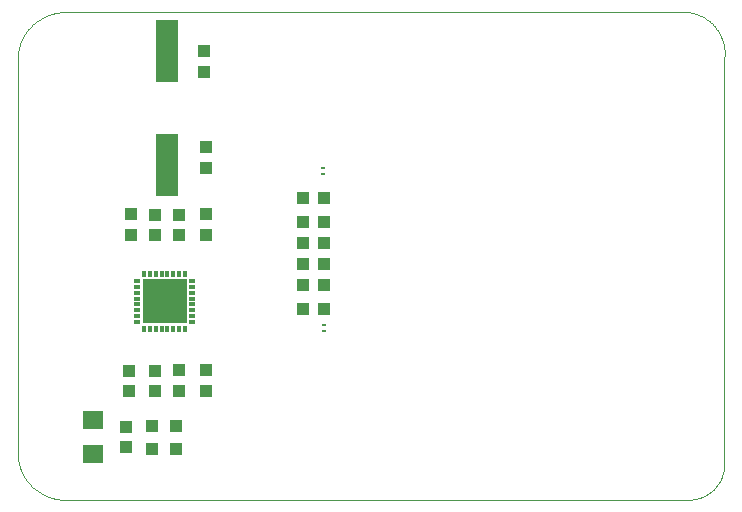
<source format=gtp>
G75*
%MOIN*%
%OFA0B0*%
%FSLAX25Y25*%
%IPPOS*%
%LPD*%
%AMOC8*
5,1,8,0,0,1.08239X$1,22.5*
%
%ADD10C,0.00000*%
%ADD11R,0.01181X0.01969*%
%ADD12R,0.01969X0.01181*%
%ADD13R,0.14567X0.14567*%
%ADD14R,0.04252X0.04134*%
%ADD15R,0.04331X0.03937*%
%ADD16R,0.07600X0.21000*%
%ADD17R,0.01693X0.01102*%
%ADD18R,0.03937X0.03937*%
%ADD19R,0.04134X0.04252*%
%ADD20R,0.07098X0.06299*%
D10*
X0021911Y0017616D02*
X0021911Y0148679D01*
X0021910Y0148679D02*
X0021915Y0149064D01*
X0021929Y0149450D01*
X0021953Y0149835D01*
X0021987Y0150219D01*
X0022029Y0150603D01*
X0022082Y0150985D01*
X0022143Y0151366D01*
X0022214Y0151745D01*
X0022294Y0152122D01*
X0022383Y0152498D01*
X0022482Y0152871D01*
X0022589Y0153241D01*
X0022706Y0153609D01*
X0022832Y0153974D01*
X0022966Y0154335D01*
X0023110Y0154693D01*
X0023262Y0155048D01*
X0023423Y0155399D01*
X0023592Y0155745D01*
X0023770Y0156088D01*
X0023956Y0156426D01*
X0024150Y0156759D01*
X0024353Y0157087D01*
X0024563Y0157411D01*
X0024781Y0157729D01*
X0025007Y0158041D01*
X0025241Y0158348D01*
X0025482Y0158650D01*
X0025730Y0158945D01*
X0025986Y0159234D01*
X0026249Y0159516D01*
X0026518Y0159792D01*
X0026794Y0160062D01*
X0027077Y0160324D01*
X0027366Y0160580D01*
X0027661Y0160828D01*
X0027962Y0161070D01*
X0028269Y0161303D01*
X0028582Y0161529D01*
X0028900Y0161747D01*
X0029223Y0161958D01*
X0029552Y0162160D01*
X0029885Y0162355D01*
X0030223Y0162541D01*
X0030565Y0162719D01*
X0030912Y0162888D01*
X0031263Y0163049D01*
X0031617Y0163201D01*
X0031975Y0163344D01*
X0032337Y0163479D01*
X0032702Y0163604D01*
X0033070Y0163721D01*
X0033440Y0163828D01*
X0033813Y0163927D01*
X0034188Y0164016D01*
X0034566Y0164096D01*
X0034945Y0164167D01*
X0035326Y0164229D01*
X0035708Y0164281D01*
X0036091Y0164323D01*
X0036476Y0164357D01*
X0036861Y0164381D01*
X0037246Y0164395D01*
X0037632Y0164400D01*
X0037633Y0164400D02*
X0245533Y0164400D01*
X0245533Y0164399D02*
X0245866Y0164349D01*
X0246197Y0164291D01*
X0246528Y0164225D01*
X0246856Y0164151D01*
X0247183Y0164070D01*
X0247507Y0163980D01*
X0247829Y0163882D01*
X0248149Y0163777D01*
X0248466Y0163664D01*
X0248780Y0163544D01*
X0249092Y0163416D01*
X0249400Y0163280D01*
X0249705Y0163137D01*
X0250006Y0162987D01*
X0250303Y0162829D01*
X0250597Y0162664D01*
X0250886Y0162493D01*
X0251172Y0162314D01*
X0251452Y0162128D01*
X0251729Y0161936D01*
X0252000Y0161737D01*
X0252267Y0161532D01*
X0252529Y0161320D01*
X0252785Y0161102D01*
X0253036Y0160878D01*
X0253282Y0160647D01*
X0253522Y0160411D01*
X0253756Y0160169D01*
X0253984Y0159922D01*
X0254207Y0159669D01*
X0254423Y0159411D01*
X0254632Y0159148D01*
X0254836Y0158879D01*
X0255032Y0158606D01*
X0255223Y0158329D01*
X0255406Y0158046D01*
X0255583Y0157760D01*
X0255752Y0157469D01*
X0255914Y0157174D01*
X0256070Y0156875D01*
X0256218Y0156573D01*
X0256358Y0156267D01*
X0256492Y0155958D01*
X0256617Y0155646D01*
X0256735Y0155330D01*
X0256846Y0155012D01*
X0256949Y0154692D01*
X0257044Y0154369D01*
X0257131Y0154044D01*
X0257210Y0153717D01*
X0257281Y0153388D01*
X0257345Y0153057D01*
X0257400Y0152725D01*
X0257447Y0152392D01*
X0257487Y0152057D01*
X0257518Y0151722D01*
X0257541Y0151386D01*
X0257556Y0151050D01*
X0257563Y0150713D01*
X0257561Y0150377D01*
X0257552Y0150040D01*
X0257534Y0149704D01*
X0257508Y0149368D01*
X0257475Y0149034D01*
X0257433Y0148700D01*
X0257415Y0013710D01*
X0257412Y0013425D01*
X0257402Y0013140D01*
X0257385Y0012855D01*
X0257361Y0012570D01*
X0257330Y0012286D01*
X0257293Y0012003D01*
X0257248Y0011721D01*
X0257197Y0011440D01*
X0257139Y0011161D01*
X0257074Y0010883D01*
X0257003Y0010606D01*
X0256925Y0010332D01*
X0256840Y0010059D01*
X0256748Y0009788D01*
X0256651Y0009520D01*
X0256546Y0009254D01*
X0256436Y0008991D01*
X0256319Y0008731D01*
X0256195Y0008473D01*
X0256066Y0008219D01*
X0255930Y0007968D01*
X0255788Y0007720D01*
X0255641Y0007475D01*
X0255487Y0007235D01*
X0255328Y0006998D01*
X0255163Y0006765D01*
X0254992Y0006536D01*
X0254816Y0006311D01*
X0254635Y0006091D01*
X0254448Y0005875D01*
X0254256Y0005663D01*
X0254059Y0005456D01*
X0253858Y0005255D01*
X0253651Y0005058D01*
X0253439Y0004866D01*
X0253223Y0004679D01*
X0253003Y0004498D01*
X0252778Y0004322D01*
X0252549Y0004151D01*
X0252316Y0003986D01*
X0252079Y0003827D01*
X0251839Y0003673D01*
X0251594Y0003526D01*
X0251346Y0003384D01*
X0251095Y0003248D01*
X0250841Y0003119D01*
X0250583Y0002995D01*
X0250323Y0002878D01*
X0250060Y0002768D01*
X0249794Y0002663D01*
X0249526Y0002566D01*
X0249255Y0002474D01*
X0248982Y0002389D01*
X0248708Y0002311D01*
X0248431Y0002240D01*
X0248153Y0002175D01*
X0247874Y0002117D01*
X0247593Y0002066D01*
X0247311Y0002021D01*
X0247028Y0001984D01*
X0246744Y0001953D01*
X0246459Y0001929D01*
X0246174Y0001912D01*
X0245889Y0001902D01*
X0245604Y0001899D01*
X0037628Y0001868D01*
X0037242Y0001874D01*
X0036856Y0001888D01*
X0036471Y0001913D01*
X0036087Y0001947D01*
X0035703Y0001990D01*
X0035321Y0002043D01*
X0034940Y0002105D01*
X0034560Y0002176D01*
X0034183Y0002256D01*
X0033807Y0002346D01*
X0033434Y0002445D01*
X0033064Y0002553D01*
X0032696Y0002671D01*
X0032331Y0002797D01*
X0031969Y0002932D01*
X0031611Y0003076D01*
X0031256Y0003228D01*
X0030906Y0003390D01*
X0030559Y0003559D01*
X0030217Y0003738D01*
X0029879Y0003924D01*
X0029545Y0004119D01*
X0029217Y0004322D01*
X0028894Y0004533D01*
X0028576Y0004752D01*
X0028263Y0004978D01*
X0027956Y0005212D01*
X0027655Y0005454D01*
X0027360Y0005703D01*
X0027071Y0005959D01*
X0026789Y0006222D01*
X0026513Y0006491D01*
X0026243Y0006768D01*
X0025981Y0007051D01*
X0025725Y0007340D01*
X0025477Y0007636D01*
X0025236Y0007938D01*
X0025003Y0008245D01*
X0024777Y0008558D01*
X0024559Y0008877D01*
X0024348Y0009200D01*
X0024146Y0009529D01*
X0023952Y0009863D01*
X0023766Y0010201D01*
X0023588Y0010544D01*
X0023419Y0010891D01*
X0023259Y0011242D01*
X0023107Y0011597D01*
X0022964Y0011955D01*
X0022829Y0012317D01*
X0022704Y0012682D01*
X0022587Y0013050D01*
X0022480Y0013421D01*
X0022382Y0013794D01*
X0022293Y0014170D01*
X0022213Y0014548D01*
X0022142Y0014927D01*
X0022081Y0015308D01*
X0022029Y0015691D01*
X0021987Y0016074D01*
X0021954Y0016459D01*
X0021930Y0016844D01*
X0021916Y0017230D01*
X0021911Y0017616D01*
D11*
X0063974Y0058923D03*
X0065942Y0058923D03*
X0067911Y0058923D03*
X0069879Y0058923D03*
X0071848Y0058923D03*
X0073816Y0058923D03*
X0075785Y0058923D03*
X0077753Y0058923D03*
X0077753Y0077033D03*
X0075785Y0077033D03*
X0073816Y0077033D03*
X0071848Y0077033D03*
X0069879Y0077033D03*
X0067911Y0077033D03*
X0065942Y0077033D03*
X0063974Y0077033D03*
D12*
X0061808Y0074868D03*
X0061808Y0072899D03*
X0061808Y0070931D03*
X0061808Y0068962D03*
X0061808Y0066994D03*
X0061808Y0065025D03*
X0061808Y0063057D03*
X0061808Y0061088D03*
X0079919Y0061088D03*
X0079919Y0063057D03*
X0079919Y0065025D03*
X0079919Y0066994D03*
X0079919Y0068962D03*
X0079919Y0070931D03*
X0079919Y0072899D03*
X0079919Y0074868D03*
D13*
X0070863Y0067978D03*
D14*
X0075533Y0045045D03*
X0084533Y0045045D03*
X0084533Y0038155D03*
X0075533Y0038155D03*
X0059155Y0037986D03*
X0059155Y0044876D03*
X0059533Y0090155D03*
X0059533Y0097045D03*
X0084533Y0097045D03*
X0084533Y0090155D03*
X0084655Y0112486D03*
X0084655Y0119376D03*
X0084155Y0144486D03*
X0084155Y0151376D03*
D15*
X0075533Y0096946D03*
X0067533Y0096946D03*
X0067533Y0090254D03*
X0075533Y0090254D03*
X0067533Y0044946D03*
X0067533Y0038254D03*
X0057933Y0026146D03*
X0057933Y0019454D03*
D16*
X0071655Y0113431D03*
X0071655Y0151431D03*
D17*
X0123533Y0112604D03*
X0123533Y0110596D03*
X0123933Y0060004D03*
X0123933Y0057996D03*
D18*
X0074533Y0026537D03*
X0066533Y0026537D03*
X0066533Y0018663D03*
X0074533Y0018663D03*
D19*
X0117088Y0065600D03*
X0123978Y0065600D03*
X0123978Y0073600D03*
X0117088Y0073600D03*
X0117088Y0080600D03*
X0123978Y0080600D03*
X0123978Y0087600D03*
X0117088Y0087600D03*
X0117088Y0094600D03*
X0123978Y0094600D03*
X0123978Y0102600D03*
X0117088Y0102600D03*
D20*
X0046933Y0028398D03*
X0046933Y0017202D03*
M02*

</source>
